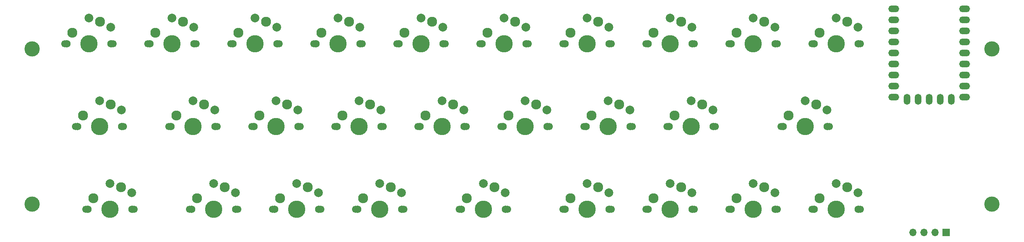
<source format=gbr>
%TF.GenerationSoftware,KiCad,Pcbnew,7.0.7*%
%TF.CreationDate,2023-09-01T12:35:23+10:00*%
%TF.ProjectId,qaz,71617a2e-6b69-4636-9164-5f7063625858,rev?*%
%TF.SameCoordinates,Original*%
%TF.FileFunction,Soldermask,Top*%
%TF.FilePolarity,Negative*%
%FSLAX46Y46*%
G04 Gerber Fmt 4.6, Leading zero omitted, Abs format (unit mm)*
G04 Created by KiCad (PCBNEW 7.0.7) date 2023-09-01 12:35:23*
%MOMM*%
%LPD*%
G01*
G04 APERTURE LIST*
%ADD10O,2.500000X1.500000*%
%ADD11O,1.500000X2.500000*%
%ADD12C,1.700000*%
%ADD13C,1.750000*%
%ADD14C,3.987800*%
%ADD15C,2.300000*%
%ADD16C,2.000000*%
%ADD17C,3.500000*%
%ADD18R,1.700000X1.700000*%
%ADD19O,1.700000X1.700000*%
G04 APERTURE END LIST*
D10*
%TO.C,U1*%
X235411604Y-26491473D03*
X235411604Y-29031473D03*
X235411604Y-31571473D03*
X235411604Y-34111473D03*
X235411604Y-36651473D03*
X235411604Y-39191473D03*
X235411604Y-41731473D03*
X235411604Y-44271473D03*
X235411604Y-46811473D03*
D11*
X232371604Y-47311473D03*
X229831604Y-47311473D03*
X227291604Y-47311473D03*
X224751604Y-47311473D03*
X222211604Y-47311473D03*
D10*
X219171604Y-46811473D03*
X219171604Y-44271473D03*
X219171604Y-41731473D03*
X219171604Y-39191473D03*
X219171604Y-36651473D03*
X219171604Y-34111473D03*
X219171604Y-31571473D03*
X219171604Y-29031473D03*
X219171604Y-26491473D03*
%TD*%
D12*
%TO.C,SW13*%
X71887500Y-53575000D03*
D13*
X72307500Y-53575000D03*
D14*
X77387500Y-53575000D03*
D13*
X82467500Y-53575000D03*
D12*
X82887500Y-53575000D03*
D15*
X73577500Y-51035000D03*
D16*
X77387500Y-47675000D03*
D15*
X79927500Y-48495000D03*
D16*
X82387500Y-49775000D03*
%TD*%
D12*
%TO.C,SW11*%
X31406250Y-53575000D03*
D13*
X31826250Y-53575000D03*
D14*
X36906250Y-53575000D03*
D13*
X41986250Y-53575000D03*
D12*
X42406250Y-53575000D03*
D15*
X33096250Y-51035000D03*
D16*
X36906250Y-47675000D03*
D15*
X39446250Y-48495000D03*
D16*
X41906250Y-49775000D03*
%TD*%
D12*
%TO.C,SW10*%
X200475000Y-34525000D03*
D13*
X200895000Y-34525000D03*
D14*
X205975000Y-34525000D03*
D13*
X211055000Y-34525000D03*
D12*
X211475000Y-34525000D03*
D15*
X202165000Y-31985000D03*
D16*
X205975000Y-28625000D03*
D15*
X208515000Y-29445000D03*
D16*
X210975000Y-30725000D03*
%TD*%
D12*
%TO.C,SW24*%
X119512500Y-72625000D03*
D13*
X119932500Y-72625000D03*
D14*
X125012500Y-72625000D03*
D13*
X130092500Y-72625000D03*
D12*
X130512500Y-72625000D03*
D15*
X121202500Y-70085000D03*
D16*
X125012500Y-66725000D03*
D15*
X127552500Y-67545000D03*
D16*
X130012500Y-68825000D03*
%TD*%
D12*
%TO.C,SW22*%
X76650000Y-72625000D03*
D13*
X77070000Y-72625000D03*
D14*
X82150000Y-72625000D03*
D13*
X87230000Y-72625000D03*
D12*
X87650000Y-72625000D03*
D15*
X78340000Y-70085000D03*
D16*
X82150000Y-66725000D03*
D15*
X84690000Y-67545000D03*
D16*
X87150000Y-68825000D03*
%TD*%
D12*
%TO.C,SW23*%
X95700000Y-72625000D03*
D13*
X96120000Y-72625000D03*
D14*
X101200000Y-72625000D03*
D13*
X106280000Y-72625000D03*
D12*
X106700000Y-72625000D03*
D15*
X97390000Y-70085000D03*
D16*
X101200000Y-66725000D03*
D15*
X103740000Y-67545000D03*
D16*
X106200000Y-68825000D03*
%TD*%
D12*
%TO.C,SW6*%
X124275000Y-34525000D03*
D13*
X124695000Y-34525000D03*
D14*
X129775000Y-34525000D03*
D13*
X134855000Y-34525000D03*
D12*
X135275000Y-34525000D03*
D15*
X125965000Y-31985000D03*
D16*
X129775000Y-28625000D03*
D15*
X132315000Y-29445000D03*
D16*
X134775000Y-30725000D03*
%TD*%
D12*
%TO.C,SW18*%
X167137500Y-53575000D03*
D13*
X167557500Y-53575000D03*
D14*
X172637500Y-53575000D03*
D13*
X177717500Y-53575000D03*
D12*
X178137500Y-53575000D03*
D15*
X168827500Y-51035000D03*
D16*
X172637500Y-47675000D03*
D15*
X175177500Y-48495000D03*
D16*
X177637500Y-49775000D03*
%TD*%
D12*
%TO.C,SW20*%
X33787500Y-72625000D03*
D13*
X34207500Y-72625000D03*
D14*
X39287500Y-72625000D03*
D13*
X44367500Y-72625000D03*
D12*
X44787500Y-72625000D03*
D15*
X35477500Y-70085000D03*
D16*
X39287500Y-66725000D03*
D15*
X41827500Y-67545000D03*
D16*
X44287500Y-68825000D03*
%TD*%
D17*
%TO.C,REF\u002A\u002A*%
X241697484Y-35718840D03*
%TD*%
D12*
%TO.C,SW9*%
X181425000Y-34525000D03*
D13*
X181845000Y-34525000D03*
D14*
X186925000Y-34525000D03*
D13*
X192005000Y-34525000D03*
D12*
X192425000Y-34525000D03*
D15*
X183115000Y-31985000D03*
D16*
X186925000Y-28625000D03*
D15*
X189465000Y-29445000D03*
D16*
X191925000Y-30725000D03*
%TD*%
D12*
%TO.C,SW8*%
X162375000Y-34525000D03*
D13*
X162795000Y-34525000D03*
D14*
X167875000Y-34525000D03*
D13*
X172955000Y-34525000D03*
D12*
X173375000Y-34525000D03*
D15*
X164065000Y-31985000D03*
D16*
X167875000Y-28625000D03*
D15*
X170415000Y-29445000D03*
D16*
X172875000Y-30725000D03*
%TD*%
D17*
%TO.C,REF\u002A\u002A*%
X21431250Y-71437500D03*
%TD*%
D12*
%TO.C,SW26*%
X162375000Y-72625000D03*
D13*
X162795000Y-72625000D03*
D14*
X167875000Y-72625000D03*
D13*
X172955000Y-72625000D03*
D12*
X173375000Y-72625000D03*
D15*
X164065000Y-70085000D03*
D16*
X167875000Y-66725000D03*
D15*
X170415000Y-67545000D03*
D16*
X172875000Y-68825000D03*
%TD*%
D12*
%TO.C,SW12*%
X52837500Y-53575000D03*
D13*
X53257500Y-53575000D03*
D14*
X58337500Y-53575000D03*
D13*
X63417500Y-53575000D03*
D12*
X63837500Y-53575000D03*
D15*
X54527500Y-51035000D03*
D16*
X58337500Y-47675000D03*
D15*
X60877500Y-48495000D03*
D16*
X63337500Y-49775000D03*
%TD*%
D12*
%TO.C,SW21*%
X57600000Y-72625000D03*
D13*
X58020000Y-72625000D03*
D14*
X63100000Y-72625000D03*
D13*
X68180000Y-72625000D03*
D12*
X68600000Y-72625000D03*
D15*
X59290000Y-70085000D03*
D16*
X63100000Y-66725000D03*
D15*
X65640000Y-67545000D03*
D16*
X68100000Y-68825000D03*
%TD*%
D12*
%TO.C,SW3*%
X67125000Y-34525000D03*
D13*
X67545000Y-34525000D03*
D14*
X72625000Y-34525000D03*
D13*
X77705000Y-34525000D03*
D12*
X78125000Y-34525000D03*
D15*
X68815000Y-31985000D03*
D16*
X72625000Y-28625000D03*
D15*
X75165000Y-29445000D03*
D16*
X77625000Y-30725000D03*
%TD*%
D12*
%TO.C,SW4*%
X86175000Y-34525000D03*
D13*
X86595000Y-34525000D03*
D14*
X91675000Y-34525000D03*
D13*
X96755000Y-34525000D03*
D12*
X97175000Y-34525000D03*
D15*
X87865000Y-31985000D03*
D16*
X91675000Y-28625000D03*
D15*
X94215000Y-29445000D03*
D16*
X96675000Y-30725000D03*
%TD*%
D12*
%TO.C,SW25*%
X143325000Y-72625000D03*
D13*
X143745000Y-72625000D03*
D14*
X148825000Y-72625000D03*
D13*
X153905000Y-72625000D03*
D12*
X154325000Y-72625000D03*
D15*
X145015000Y-70085000D03*
D16*
X148825000Y-66725000D03*
D15*
X151365000Y-67545000D03*
D16*
X153825000Y-68825000D03*
%TD*%
D12*
%TO.C,SW16*%
X129037500Y-53575000D03*
D13*
X129457500Y-53575000D03*
D14*
X134537500Y-53575000D03*
D13*
X139617500Y-53575000D03*
D12*
X140037500Y-53575000D03*
D15*
X130727500Y-51035000D03*
D16*
X134537500Y-47675000D03*
D15*
X137077500Y-48495000D03*
D16*
X139537500Y-49775000D03*
%TD*%
D17*
%TO.C,REF\u002A\u002A*%
X21431250Y-35718750D03*
%TD*%
D12*
%TO.C,SW15*%
X109987500Y-53575000D03*
D13*
X110407500Y-53575000D03*
D14*
X115487500Y-53575000D03*
D13*
X120567500Y-53575000D03*
D12*
X120987500Y-53575000D03*
D15*
X111677500Y-51035000D03*
D16*
X115487500Y-47675000D03*
D15*
X118027500Y-48495000D03*
D16*
X120487500Y-49775000D03*
%TD*%
D12*
%TO.C,SW2*%
X48075000Y-34525000D03*
D13*
X48495000Y-34525000D03*
D14*
X53575000Y-34525000D03*
D13*
X58655000Y-34525000D03*
D12*
X59075000Y-34525000D03*
D15*
X49765000Y-31985000D03*
D16*
X53575000Y-28625000D03*
D15*
X56115000Y-29445000D03*
D16*
X58575000Y-30725000D03*
%TD*%
D18*
%TO.C,J1*%
X231140576Y-77986134D03*
D19*
X228600576Y-77986134D03*
X226060576Y-77986134D03*
X223520576Y-77986134D03*
%TD*%
D12*
%TO.C,SW5*%
X105225000Y-34525000D03*
D13*
X105645000Y-34525000D03*
D14*
X110725000Y-34525000D03*
D13*
X115805000Y-34525000D03*
D12*
X116225000Y-34525000D03*
D15*
X106915000Y-31985000D03*
D16*
X110725000Y-28625000D03*
D15*
X113265000Y-29445000D03*
D16*
X115725000Y-30725000D03*
%TD*%
D12*
%TO.C,SW28*%
X200475000Y-72625000D03*
D13*
X200895000Y-72625000D03*
D14*
X205975000Y-72625000D03*
D13*
X211055000Y-72625000D03*
D12*
X211475000Y-72625000D03*
D15*
X202165000Y-70085000D03*
D16*
X205975000Y-66725000D03*
D15*
X208515000Y-67545000D03*
D16*
X210975000Y-68825000D03*
%TD*%
D12*
%TO.C,SW14*%
X90937500Y-53575000D03*
D13*
X91357500Y-53575000D03*
D14*
X96437500Y-53575000D03*
D13*
X101517500Y-53575000D03*
D12*
X101937500Y-53575000D03*
D15*
X92627500Y-51035000D03*
D16*
X96437500Y-47675000D03*
D15*
X98977500Y-48495000D03*
D16*
X101437500Y-49775000D03*
%TD*%
D12*
%TO.C,SW7*%
X143325000Y-34525000D03*
D13*
X143745000Y-34525000D03*
D14*
X148825000Y-34525000D03*
D13*
X153905000Y-34525000D03*
D12*
X154325000Y-34525000D03*
D15*
X145015000Y-31985000D03*
D16*
X148825000Y-28625000D03*
D15*
X151365000Y-29445000D03*
D16*
X153825000Y-30725000D03*
%TD*%
D12*
%TO.C,SW17*%
X148087500Y-53575000D03*
D13*
X148507500Y-53575000D03*
D14*
X153587500Y-53575000D03*
D13*
X158667500Y-53575000D03*
D12*
X159087500Y-53575000D03*
D15*
X149777500Y-51035000D03*
D16*
X153587500Y-47675000D03*
D15*
X156127500Y-48495000D03*
D16*
X158587500Y-49775000D03*
%TD*%
D12*
%TO.C,SW19*%
X193331250Y-53575000D03*
D13*
X193751250Y-53575000D03*
D14*
X198831250Y-53575000D03*
D13*
X203911250Y-53575000D03*
D12*
X204331250Y-53575000D03*
D15*
X195021250Y-51035000D03*
D16*
X198831250Y-47675000D03*
D15*
X201371250Y-48495000D03*
D16*
X203831250Y-49775000D03*
%TD*%
D17*
%TO.C,REF\u002A\u002A*%
X241698296Y-71437920D03*
%TD*%
D12*
%TO.C,SW1*%
X29025000Y-34525000D03*
D13*
X29445000Y-34525000D03*
D14*
X34525000Y-34525000D03*
D13*
X39605000Y-34525000D03*
D12*
X40025000Y-34525000D03*
D15*
X30715000Y-31985000D03*
D16*
X34525000Y-28625000D03*
D15*
X37065000Y-29445000D03*
D16*
X39525000Y-30725000D03*
%TD*%
D12*
%TO.C,SW27*%
X181425000Y-72625000D03*
D13*
X181845000Y-72625000D03*
D14*
X186925000Y-72625000D03*
D13*
X192005000Y-72625000D03*
D12*
X192425000Y-72625000D03*
D15*
X183115000Y-70085000D03*
D16*
X186925000Y-66725000D03*
D15*
X189465000Y-67545000D03*
D16*
X191925000Y-68825000D03*
%TD*%
M02*

</source>
